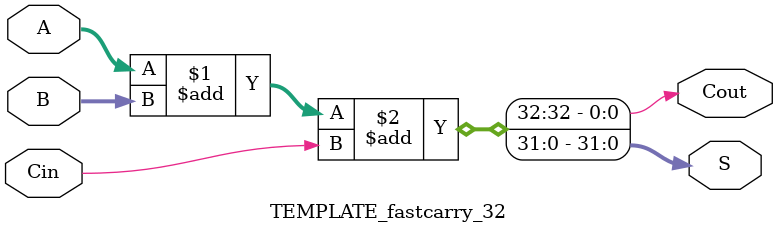
<source format=v>
module TEMPLATE_fastcarry_32 (A, B, Cin, S, Cout);
    input  [31: 0] A;
    input  [31: 0] B;
    input          Cin;
    output [31: 0] S;
    output         Cout;

    assign {Cout, S} = A + B + Cin;
endmodule
</source>
